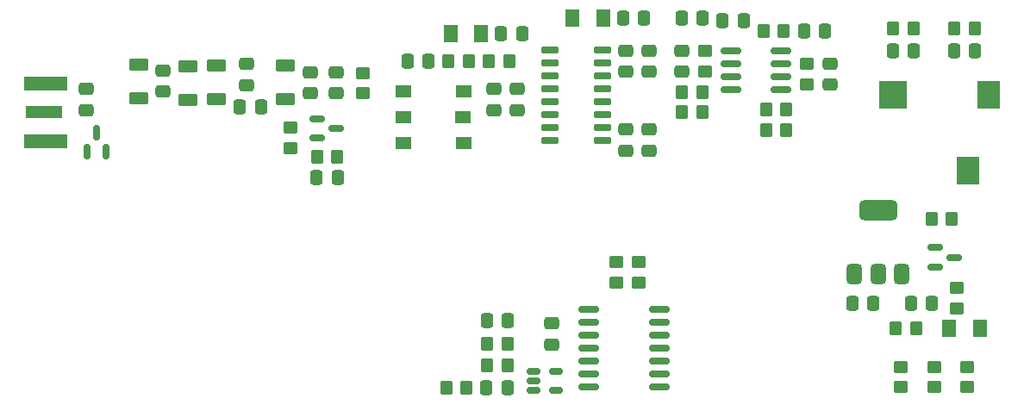
<source format=gtp>
%TF.GenerationSoftware,KiCad,Pcbnew,8.0.1*%
%TF.CreationDate,2024-04-06T07:23:05-07:00*%
%TF.ProjectId,kiss_sdr_r2,6b697373-5f73-4647-925f-72322e6b6963,rev?*%
%TF.SameCoordinates,Original*%
%TF.FileFunction,Paste,Top*%
%TF.FilePolarity,Positive*%
%FSLAX46Y46*%
G04 Gerber Fmt 4.6, Leading zero omitted, Abs format (unit mm)*
G04 Created by KiCad (PCBNEW 8.0.1) date 2024-04-06 07:23:05*
%MOMM*%
%LPD*%
G01*
G04 APERTURE LIST*
G04 Aperture macros list*
%AMRoundRect*
0 Rectangle with rounded corners*
0 $1 Rounding radius*
0 $2 $3 $4 $5 $6 $7 $8 $9 X,Y pos of 4 corners*
0 Add a 4 corners polygon primitive as box body*
4,1,4,$2,$3,$4,$5,$6,$7,$8,$9,$2,$3,0*
0 Add four circle primitives for the rounded corners*
1,1,$1+$1,$2,$3*
1,1,$1+$1,$4,$5*
1,1,$1+$1,$6,$7*
1,1,$1+$1,$8,$9*
0 Add four rect primitives between the rounded corners*
20,1,$1+$1,$2,$3,$4,$5,0*
20,1,$1+$1,$4,$5,$6,$7,0*
20,1,$1+$1,$6,$7,$8,$9,0*
20,1,$1+$1,$8,$9,$2,$3,0*%
G04 Aperture macros list end*
%ADD10RoundRect,0.250000X-0.350000X-0.450000X0.350000X-0.450000X0.350000X0.450000X-0.350000X0.450000X0*%
%ADD11R,3.600000X1.270000*%
%ADD12R,4.200000X1.350000*%
%ADD13RoundRect,0.150000X-0.512500X-0.150000X0.512500X-0.150000X0.512500X0.150000X-0.512500X0.150000X0*%
%ADD14RoundRect,0.150000X-0.825000X-0.150000X0.825000X-0.150000X0.825000X0.150000X-0.825000X0.150000X0*%
%ADD15RoundRect,0.250000X-0.450000X0.350000X-0.450000X-0.350000X0.450000X-0.350000X0.450000X0.350000X0*%
%ADD16RoundRect,0.250000X0.475000X-0.337500X0.475000X0.337500X-0.475000X0.337500X-0.475000X-0.337500X0*%
%ADD17RoundRect,0.375000X0.375000X-0.625000X0.375000X0.625000X-0.375000X0.625000X-0.375000X-0.625000X0*%
%ADD18RoundRect,0.500000X1.400000X-0.500000X1.400000X0.500000X-1.400000X0.500000X-1.400000X-0.500000X0*%
%ADD19RoundRect,0.250000X0.350000X0.450000X-0.350000X0.450000X-0.350000X-0.450000X0.350000X-0.450000X0*%
%ADD20RoundRect,0.150000X-0.837500X-0.150000X0.837500X-0.150000X0.837500X0.150000X-0.837500X0.150000X0*%
%ADD21RoundRect,0.250000X-0.337500X-0.475000X0.337500X-0.475000X0.337500X0.475000X-0.337500X0.475000X0*%
%ADD22R,1.520000X1.270000*%
%ADD23RoundRect,0.250000X-0.475000X0.337500X-0.475000X-0.337500X0.475000X-0.337500X0.475000X0.337500X0*%
%ADD24RoundRect,0.250000X0.450000X-0.350000X0.450000X0.350000X-0.450000X0.350000X-0.450000X-0.350000X0*%
%ADD25RoundRect,0.250000X0.337500X0.475000X-0.337500X0.475000X-0.337500X-0.475000X0.337500X-0.475000X0*%
%ADD26RoundRect,0.250000X-0.700000X0.362500X-0.700000X-0.362500X0.700000X-0.362500X0.700000X0.362500X0*%
%ADD27RoundRect,0.150000X0.150000X-0.587500X0.150000X0.587500X-0.150000X0.587500X-0.150000X-0.587500X0*%
%ADD28RoundRect,0.150000X-0.725000X-0.150000X0.725000X-0.150000X0.725000X0.150000X-0.725000X0.150000X0*%
%ADD29RoundRect,0.250000X0.700000X-0.362500X0.700000X0.362500X-0.700000X0.362500X-0.700000X-0.362500X0*%
%ADD30RoundRect,0.250001X-0.462499X-0.624999X0.462499X-0.624999X0.462499X0.624999X-0.462499X0.624999X0*%
%ADD31R,2.200000X2.800000*%
%ADD32R,2.800000X2.800000*%
%ADD33RoundRect,0.250001X0.462499X0.624999X-0.462499X0.624999X-0.462499X-0.624999X0.462499X-0.624999X0*%
%ADD34RoundRect,0.150000X-0.587500X-0.150000X0.587500X-0.150000X0.587500X0.150000X-0.587500X0.150000X0*%
G04 APERTURE END LIST*
D10*
%TO.C,R18*%
X146776800Y-87825000D03*
X148776800Y-87825000D03*
%TD*%
D11*
%TO.C,J2*%
X84076800Y-87825000D03*
D12*
X84276800Y-85000000D03*
X84276800Y-90650000D03*
%TD*%
D13*
%TO.C,U2*%
X132151800Y-113250000D03*
X132151800Y-114200000D03*
X132151800Y-115150000D03*
X134426800Y-115150000D03*
X134426800Y-113250000D03*
%TD*%
D14*
%TO.C,U4*%
X151576800Y-81765000D03*
X151576800Y-83035000D03*
X151576800Y-84305000D03*
X151576800Y-85575000D03*
X156526800Y-85575000D03*
X156526800Y-84305000D03*
X156526800Y-83035000D03*
X156526800Y-81765000D03*
%TD*%
D15*
%TO.C,R2*%
X173776800Y-105075000D03*
X173776800Y-107075000D03*
%TD*%
D10*
%TO.C,R5*%
X127646700Y-112666300D03*
X129646700Y-112666300D03*
%TD*%
D16*
%TO.C,C16*%
X128326800Y-87612500D03*
X128326800Y-85537500D03*
%TD*%
D10*
%TO.C,R25*%
X167526800Y-79575000D03*
X169526800Y-79575000D03*
%TD*%
D16*
%TO.C,C18*%
X130576800Y-87612500D03*
X130576800Y-85537500D03*
%TD*%
%TO.C,C14*%
X134000500Y-110652800D03*
X134000500Y-108577800D03*
%TD*%
D10*
%TO.C,R1*%
X123602800Y-114916300D03*
X125602800Y-114916300D03*
%TD*%
%TO.C,R12*%
X154776800Y-79825000D03*
X156776800Y-79825000D03*
%TD*%
D16*
%TO.C,C23*%
X141276800Y-91612500D03*
X141276800Y-89537500D03*
%TD*%
D17*
%TO.C,U1*%
X163726800Y-103725000D03*
X166026800Y-103725000D03*
D18*
X166026800Y-97425000D03*
D17*
X168326800Y-103725000D03*
%TD*%
D19*
%TO.C,R14*%
X129826800Y-82825000D03*
X127826800Y-82825000D03*
%TD*%
D20*
%TO.C,U3*%
X137636200Y-107182700D03*
X137636200Y-108452700D03*
X137636200Y-109722700D03*
X137636200Y-110992700D03*
X137636200Y-112262700D03*
X137636200Y-113532700D03*
X137636200Y-114802700D03*
X144561200Y-114802700D03*
X144561200Y-113532700D03*
X144561200Y-112262700D03*
X144561200Y-110992700D03*
X144561200Y-109722700D03*
X144561200Y-108452700D03*
X144561200Y-107182700D03*
%TD*%
D10*
%TO.C,R20*%
X155026800Y-87575000D03*
X157026800Y-87575000D03*
%TD*%
%TO.C,R21*%
X155026800Y-89575000D03*
X157026800Y-89575000D03*
%TD*%
D21*
%TO.C,C11*%
X158739300Y-79825000D03*
X160814300Y-79825000D03*
%TD*%
D19*
%TO.C,R13*%
X125826800Y-82825000D03*
X123826800Y-82825000D03*
%TD*%
D10*
%TO.C,R4*%
X127646700Y-110549800D03*
X129646700Y-110549800D03*
%TD*%
D22*
%TO.C,TR1*%
X119376800Y-85785000D03*
X119376800Y-88325000D03*
X119376800Y-90865000D03*
X125311800Y-90865000D03*
X125276800Y-88325000D03*
X125311800Y-85785000D03*
%TD*%
D10*
%TO.C,R3*%
X171276800Y-98325000D03*
X173276800Y-98325000D03*
%TD*%
D23*
%TO.C,C4*%
X95776800Y-83737500D03*
X95776800Y-85812500D03*
%TD*%
D24*
%TO.C,R23*%
X149026800Y-83825000D03*
X149026800Y-81825000D03*
%TD*%
%TO.C,R22*%
X159026800Y-85075000D03*
X159026800Y-83075000D03*
%TD*%
D23*
%TO.C,C21*%
X141276800Y-81787500D03*
X141276800Y-83862500D03*
%TD*%
D16*
%TO.C,C25*%
X161276800Y-85112500D03*
X161276800Y-83037500D03*
%TD*%
D21*
%TO.C,C1*%
X127565300Y-114916300D03*
X129640300Y-114916300D03*
%TD*%
D19*
%TO.C,R6*%
X169776800Y-109075000D03*
X167776800Y-109075000D03*
%TD*%
D25*
%TO.C,C17*%
X148814300Y-78575000D03*
X146739300Y-78575000D03*
%TD*%
D26*
%TO.C,L4*%
X107776800Y-83250000D03*
X107776800Y-86575000D03*
%TD*%
%TO.C,L3*%
X101026800Y-83250000D03*
X101026800Y-86575000D03*
%TD*%
D10*
%TO.C,R19*%
X146776800Y-85825000D03*
X148776800Y-85825000D03*
%TD*%
D25*
%TO.C,C15*%
X152814300Y-78825000D03*
X150739300Y-78825000D03*
%TD*%
D24*
%TO.C,R8*%
X108276800Y-91325000D03*
X108276800Y-89325000D03*
%TD*%
%TO.C,R11*%
X142526800Y-104575000D03*
X142526800Y-102575000D03*
%TD*%
D25*
%TO.C,C12*%
X112964300Y-94212500D03*
X110889300Y-94212500D03*
%TD*%
D16*
%TO.C,C26*%
X146776800Y-83862500D03*
X146776800Y-81787500D03*
%TD*%
D19*
%TO.C,R9*%
X112926800Y-92212500D03*
X110926800Y-92212500D03*
%TD*%
D25*
%TO.C,C5*%
X129684200Y-108299800D03*
X127609200Y-108299800D03*
%TD*%
D27*
%TO.C,D1*%
X88326800Y-91700000D03*
X90226800Y-91700000D03*
X89276800Y-89825000D03*
%TD*%
D15*
%TO.C,R17*%
X168276800Y-112825000D03*
X168276800Y-114825000D03*
%TD*%
D16*
%TO.C,C10*%
X112776800Y-85950000D03*
X112776800Y-83875000D03*
%TD*%
%TO.C,C24*%
X143526800Y-91612500D03*
X143526800Y-89537500D03*
%TD*%
D21*
%TO.C,C3*%
X169239300Y-106575000D03*
X171314300Y-106575000D03*
%TD*%
D28*
%TO.C,U5*%
X133804300Y-81685000D03*
X133804300Y-82955000D03*
X133804300Y-84225000D03*
X133804300Y-85495000D03*
X133804300Y-86765000D03*
X133804300Y-88035000D03*
X133804300Y-89305000D03*
X133804300Y-90575000D03*
X138954300Y-90575000D03*
X138954300Y-89305000D03*
X138954300Y-88035000D03*
X138954300Y-86765000D03*
X138954300Y-85495000D03*
X138954300Y-84225000D03*
X138954300Y-82955000D03*
X138954300Y-81685000D03*
%TD*%
D29*
%TO.C,L1*%
X93376800Y-86437500D03*
X93376800Y-83112500D03*
%TD*%
D30*
%TO.C,FB2*%
X136039300Y-78575000D03*
X139014300Y-78575000D03*
%TD*%
D25*
%TO.C,C7*%
X165564300Y-106575000D03*
X163489300Y-106575000D03*
%TD*%
D10*
%TO.C,R24*%
X173526800Y-79575000D03*
X175526800Y-79575000D03*
%TD*%
D31*
%TO.C,J4*%
X174876800Y-93525000D03*
X176876800Y-86125000D03*
D32*
X167476800Y-86125000D03*
%TD*%
D15*
%TO.C,R16*%
X171526800Y-112825000D03*
X171526800Y-114825000D03*
%TD*%
D23*
%TO.C,C2*%
X88276800Y-85537500D03*
X88276800Y-87612500D03*
%TD*%
D33*
%TO.C,FB1*%
X127014300Y-80075000D03*
X124039300Y-80075000D03*
%TD*%
D21*
%TO.C,C27*%
X173489300Y-81825000D03*
X175564300Y-81825000D03*
%TD*%
D24*
%TO.C,R10*%
X140276800Y-104575000D03*
X140276800Y-102575000D03*
%TD*%
D15*
%TO.C,R15*%
X174776800Y-112825000D03*
X174776800Y-114825000D03*
%TD*%
D23*
%TO.C,C22*%
X143526800Y-81787500D03*
X143526800Y-83862500D03*
%TD*%
D25*
%TO.C,C28*%
X169564300Y-81825000D03*
X167489300Y-81825000D03*
%TD*%
D33*
%TO.C,D2*%
X176014300Y-109075000D03*
X173039300Y-109075000D03*
%TD*%
D25*
%TO.C,C20*%
X131064300Y-80075000D03*
X128989300Y-80075000D03*
%TD*%
D21*
%TO.C,C8*%
X103339300Y-87325000D03*
X105414300Y-87325000D03*
%TD*%
D25*
%TO.C,C19*%
X143064300Y-78575000D03*
X140989300Y-78575000D03*
%TD*%
D29*
%TO.C,L2*%
X98276800Y-86650000D03*
X98276800Y-83325000D03*
%TD*%
D15*
%TO.C,R7*%
X115426800Y-83962500D03*
X115426800Y-85962500D03*
%TD*%
D23*
%TO.C,C6*%
X103976800Y-83087500D03*
X103976800Y-85162500D03*
%TD*%
D34*
%TO.C,Q3*%
X171651800Y-101125000D03*
X171651800Y-103025000D03*
X173526800Y-102075000D03*
%TD*%
D16*
%TO.C,C9*%
X110276800Y-85950000D03*
X110276800Y-83875000D03*
%TD*%
D25*
%TO.C,C13*%
X121864300Y-82825000D03*
X119789300Y-82825000D03*
%TD*%
D34*
%TO.C,Q2*%
X110901800Y-88462500D03*
X110901800Y-90362500D03*
X112776800Y-89412500D03*
%TD*%
M02*

</source>
